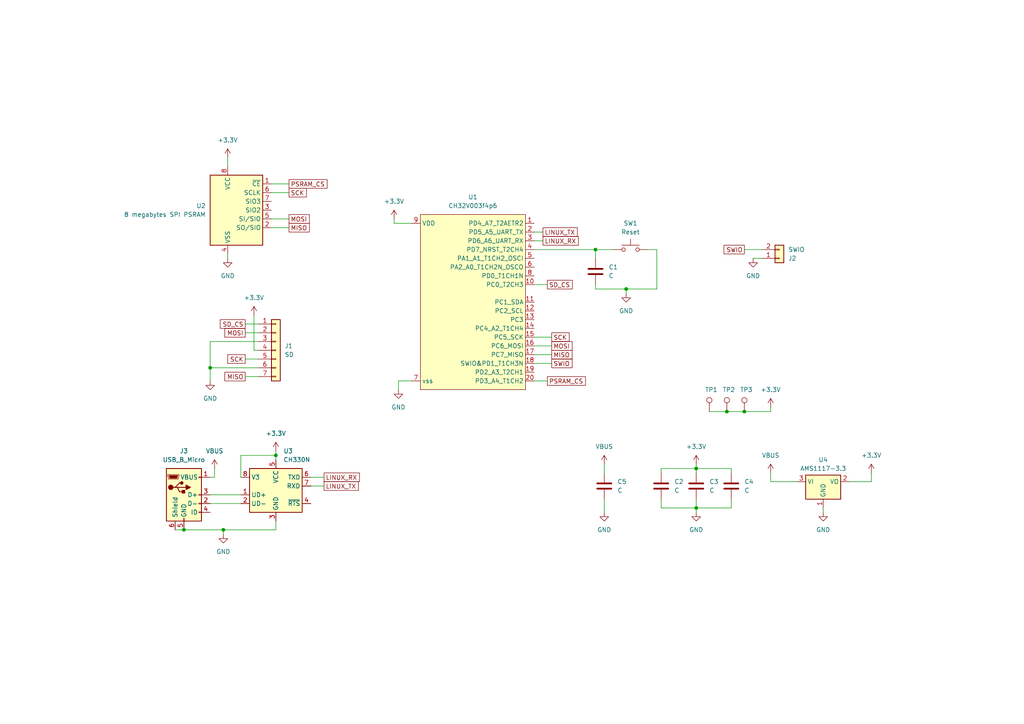
<source format=kicad_sch>
(kicad_sch (version 20230121) (generator eeschema)
  (paper "A4")
  (lib_symbols
    (symbol "CH32V003:CH32V003f4p6"
      (property "Reference" "U1" (at 0 33.02 0))
      (property "Value" "CH32V003f4p6" (at 0 30.48 0))
      (symbol "CH32V003f4p6_1_1"
        (rectangle (start -15.24 27.94) (end 15.24 -22.86) (fill (type background)))
        (pin bidirectional line (at 17.78 25.4 180) (length 2.54) (name "PD4_A7_T2AETR2") (number "1"))
        (pin bidirectional line (at 17.78 7.62 180) (length 2.54) (name "PC0_T2CH3") (number "10"))
        (pin bidirectional line (at 17.78 2.54 180) (length 2.54) (name "PC1_SDA") (number "11"))
        (pin bidirectional line (at 17.78 0 180) (length 2.54) (name "PC2_SCL") (number "12"))
        (pin bidirectional line (at 17.78 -2.54 180) (length 2.54) (name "PC3") (number "13"))
        (pin bidirectional line (at 17.78 -5.08 180) (length 2.54) (name "PC4_A2_T1CH4") (number "14"))
        (pin bidirectional line (at 17.78 -7.62 180) (length 2.54) (name "PC5_SCK") (number "15"))
        (pin bidirectional line (at 17.78 -10.16 180) (length 2.54) (name "PC6_MOSI") (number "16"))
        (pin bidirectional line (at 17.78 -12.7 180) (length 2.54) (name "PC7_MISO") (number "17"))
        (pin bidirectional line (at 17.78 -15.24 180) (length 2.54) (name "SWIO&PD1_T1CH3N") (number "18"))
        (pin bidirectional line (at 17.78 -17.78 180) (length 2.54) (name "PD2_A3_T2CH1") (number "19"))
        (pin bidirectional line (at 17.78 22.86 180) (length 2.54) (name "PD5_A5_UART_TX") (number "2"))
        (pin bidirectional line (at 17.78 -20.32 180) (length 2.54) (name "PD3_A4_T1CH2") (number "20"))
        (pin bidirectional line (at 17.78 20.32 180) (length 2.54) (name "PD6_A6_UART_RX") (number "3"))
        (pin bidirectional line (at 17.78 17.78 180) (length 2.54) (name "PD7_NRST_T2CH4") (number "4"))
        (pin bidirectional line (at 17.78 15.24 180) (length 2.54) (name "PA1_A1_T1CH2_OSCI") (number "5"))
        (pin bidirectional line (at 17.78 12.7 180) (length 2.54) (name "PA2_A0_T1CH2N_OSCO") (number "6"))
        (pin power_in line (at -17.78 -20.32 0) (length 2.54) (name "vss") (number "7"))
        (pin bidirectional line (at 17.78 10.16 180) (length 2.54) (name "PD0_T1CH1N") (number "8"))
        (pin power_in line (at -17.78 25.4 0) (length 2.54) (name "VDD") (number "9"))
      )
    )
    (symbol "Connector:TestPoint" (pin_numbers hide) (pin_names (offset 0.762) hide)
      (property "Reference" "TP" (at 0 6.858 0))
      (property "Value" "TestPoint" (at 0 5.08 0))
      (symbol "TestPoint_0_1"
        (circle (center 0 3.302) (radius 0.762))
      )
      (symbol "TestPoint_1_1"
        (pin passive line (at 0 0 90) (length 2.54) (name "1") (number "1"))
      )
    )
    (symbol "Connector:USB_B_Micro" (pin_names (offset 1.016))
      (property "Reference" "J" (at -5.08 11.43 0))
      (property "Value" "USB_B_Micro" (at -5.08 8.89 0))
      (symbol "USB_B_Micro_0_1"
        (rectangle (start -5.08 -7.62) (end 5.08 7.62) (stroke (width 0.254)) (fill (type background)))
        (circle (center -3.81 2.159) (radius 0.635) (stroke (width 0.254)) (fill (type outline)))
        (circle (center -0.635 3.429) (radius 0.381) (stroke (width 0.254)) (fill (type outline)))
        (rectangle (start -0.127 -7.62) (end 0.127 -6.858))
        (polyline (pts (xy -1.905 2.159) (xy 0.635 2.159)) (stroke (width 0.254)))
        (polyline (pts (xy -3.175 2.159) (xy -2.54 2.159) (xy -1.27 3.429) (xy -0.635 3.429)) (stroke (width 0.254)))
        (polyline (pts (xy -2.54 2.159) (xy -1.905 2.159) (xy -1.27 0.889) (xy 0 0.889)) (stroke (width 0.254)))
        (polyline (pts (xy 0.635 2.794) (xy 0.635 1.524) (xy 1.905 2.159) (xy 0.635 2.794)) (stroke (width 0.254)) (fill (type outline)))
        (polyline (pts (xy -4.318 5.588) (xy -1.778 5.588) (xy -2.032 4.826) (xy -4.064 4.826) (xy -4.318 5.588)) (fill (type outline)))
        (polyline (pts (xy -4.699 5.842) (xy -4.699 5.588) (xy -4.445 4.826) (xy -4.445 4.572) (xy -1.651 4.572) (xy -1.651 4.826) (xy -1.397 5.588) (xy -1.397 5.842) (xy -4.699 5.842)))
        (rectangle (start 0.254 1.27) (end -0.508 0.508) (stroke (width 0.254)) (fill (type outline)))
        (rectangle (start 5.08 -5.207) (end 4.318 -4.953))
        (rectangle (start 5.08 -2.667) (end 4.318 -2.413))
        (rectangle (start 5.08 -0.127) (end 4.318 0.127))
        (rectangle (start 5.08 4.953) (end 4.318 5.207))
      )
      (symbol "USB_B_Micro_1_1"
        (pin power_out line (at 7.62 5.08 180) (length 2.54) (name "VBUS") (number "1"))
        (pin bidirectional line (at 7.62 -2.54 180) (length 2.54) (name "D-") (number "2"))
        (pin bidirectional line (at 7.62 0 180) (length 2.54) (name "D+") (number "3"))
        (pin passive line (at 7.62 -5.08 180) (length 2.54) (name "ID") (number "4"))
        (pin power_out line (at 0 -10.16 90) (length 2.54) (name "GND") (number "5"))
        (pin passive line (at -2.54 -10.16 90) (length 2.54) (name "Shield") (number "6"))
      )
    )
    (symbol "Connector_Generic:Conn_01x02" (pin_names (offset 1.016) hide)
      (property "Reference" "J" (at 0 2.54 0))
      (property "Value" "Conn_01x02" (at 0 -5.08 0))
      (symbol "Conn_01x02_1_1"
        (rectangle (start -1.27 -2.413) (end 0 -2.667) (stroke (width 0.1524)))
        (rectangle (start -1.27 0.127) (end 0 -0.127) (stroke (width 0.1524)))
        (rectangle (start -1.27 1.27) (end 1.27 -3.81) (stroke (width 0.254)) (fill (type background)))
        (pin passive line (at -5.08 0 0) (length 3.81) (name "Pin_1") (number "1"))
        (pin passive line (at -5.08 -2.54 0) (length 3.81) (name "Pin_2") (number "2"))
      )
    )
    (symbol "Connector_Generic:Conn_01x07" (pin_names (offset 1.016) hide)
      (property "Reference" "J" (at 0 10.16 0))
      (property "Value" "Conn_01x07" (at 0 -10.16 0))
      (symbol "Conn_01x07_1_1"
        (rectangle (start -1.27 -7.493) (end 0 -7.747) (stroke (width 0.1524)))
        (rectangle (start -1.27 -4.953) (end 0 -5.207) (stroke (width 0.1524)))
        (rectangle (start -1.27 -2.413) (end 0 -2.667) (stroke (width 0.1524)))
        (rectangle (start -1.27 0.127) (end 0 -0.127) (stroke (width 0.1524)))
        (rectangle (start -1.27 2.667) (end 0 2.413) (stroke (width 0.1524)))
        (rectangle (start -1.27 5.207) (end 0 4.953) (stroke (width 0.1524)))
        (rectangle (start -1.27 7.747) (end 0 7.493) (stroke (width 0.1524)))
        (rectangle (start -1.27 8.89) (end 1.27 -8.89) (stroke (width 0.254)) (fill (type background)))
        (pin passive line (at -5.08 7.62 0) (length 3.81) (name "Pin_1") (number "1"))
        (pin passive line (at -5.08 5.08 0) (length 3.81) (name "Pin_2") (number "2"))
        (pin passive line (at -5.08 2.54 0) (length 3.81) (name "Pin_3") (number "3"))
        (pin passive line (at -5.08 0 0) (length 3.81) (name "Pin_4") (number "4"))
        (pin passive line (at -5.08 -2.54 0) (length 3.81) (name "Pin_5") (number "5"))
        (pin passive line (at -5.08 -5.08 0) (length 3.81) (name "Pin_6") (number "6"))
        (pin passive line (at -5.08 -7.62 0) (length 3.81) (name "Pin_7") (number "7"))
      )
    )
    (symbol "Device:C" (pin_numbers hide) (pin_names (offset 0.254))
      (property "Reference" "C" (at 0.635 2.54 0))
      (property "Value" "C" (at 0.635 -2.54 0))
      (symbol "C_0_1"
        (polyline (pts (xy -2.032 -0.762) (xy 2.032 -0.762)) (stroke (width 0.508)))
        (polyline (pts (xy -2.032 0.762) (xy 2.032 0.762)) (stroke (width 0.508)))
      )
      (symbol "C_1_1"
        (pin passive line (at 0 3.81 270) (length 2.794) (name "~") (number "1"))
        (pin passive line (at 0 -3.81 90) (length 2.794) (name "~") (number "2"))
      )
    )
    (symbol "Interface_USB:CH330N"
      (property "Reference" "U" (at -7.62 6.35 0))
      (property "Value" "CH330N" (at 7.62 6.35 0))
      (symbol "CH330N_0_1"
        (rectangle (start -7.62 5.08) (end 7.62 -7.62) (stroke (width 0.254)) (fill (type background)))
      )
      (symbol "CH330N_1_1"
        (pin bidirectional line (at -10.16 -2.54 0) (length 2.54) (name "UD+") (number "1"))
        (pin bidirectional line (at -10.16 -5.08 0) (length 2.54) (name "UD-") (number "2"))
        (pin power_in line (at 0 -10.16 90) (length 2.54) (name "GND") (number "3"))
        (pin output line (at 10.16 -5.08 180) (length 2.54) (name "~{RTS}") (number "4"))
        (pin power_in line (at 0 7.62 270) (length 2.54) (name "VCC") (number "5"))
        (pin output line (at 10.16 2.54 180) (length 2.54) (name "TXD") (number "6"))
        (pin input line (at 10.16 0 180) (length 2.54) (name "RXD") (number "7"))
        (pin passive line (at -10.16 2.54 0) (length 2.54) (name "V3") (number "8"))
      )
    )
    (symbol "Memory_RAM:ESP-PSRAM32"
      (property "Reference" "U" (at 3.81 11.43 0))
      (property "Value" "ESP-PSRAM32" (at -1.27 -11.43 0))
      (symbol "ESP-PSRAM32_0_1"
        (rectangle (start -7.62 10.16) (end 7.62 -10.16) (stroke (width 0.254)) (fill (type background)))
      )
      (symbol "ESP-PSRAM32_1_1"
        (pin input line (at 10.16 7.62 180) (length 2.54) (name "~{CE}") (number "1"))
        (pin output line (at 10.16 -5.08 180) (length 2.54) (name "SO/SIO") (number "2"))
        (pin bidirectional line (at 10.16 0 180) (length 2.54) (name "SIO2") (number "3"))
        (pin power_in line (at -2.54 -12.7 90) (length 2.54) (name "VSS") (number "4"))
        (pin input line (at 10.16 -2.54 180) (length 2.54) (name "SI/SIO") (number "5"))
        (pin output line (at 10.16 5.08 180) (length 2.54) (name "SCLK") (number "6"))
        (pin bidirectional line (at 10.16 2.54 180) (length 2.54) (name "SIO3") (number "7"))
        (pin power_in line (at -2.54 12.7 270) (length 2.54) (name "VCC") (number "8"))
      )
    )
    (symbol "Regulator_Linear:AMS1117-3.3"
      (property "Reference" "U" (at -3.81 3.175 0))
      (property "Value" "AMS1117-3.3" (at 0 3.175 0))
      (symbol "AMS1117-3.3_0_1"
        (rectangle (start -5.08 -5.08) (end 5.08 1.905) (stroke (width 0.254)) (fill (type background)))
      )
      (symbol "AMS1117-3.3_1_1"
        (pin power_in line (at 0 -7.62 90) (length 2.54) (name "GND") (number "1"))
        (pin power_out line (at 7.62 0 180) (length 2.54) (name "VO") (number "2"))
        (pin power_in line (at -7.62 0 0) (length 2.54) (name "VI") (number "3"))
      )
    )
    (symbol "Switch:SW_Push" (pin_numbers hide) (pin_names (offset 1.016) hide)
      (property "Reference" "SW" (at 1.27 2.54 0))
      (property "Value" "SW_Push" (at 0 -1.524 0))
      (symbol "SW_Push_0_1"
        (circle (center -2.032 0) (radius 0.508))
        (polyline (pts (xy 0 1.27) (xy 0 3.048)))
        (polyline (pts (xy 2.54 1.27) (xy -2.54 1.27)))
        (circle (center 2.032 0) (radius 0.508))
        (pin passive line (at -5.08 0 0) (length 2.54) (name "1") (number "1"))
        (pin passive line (at 5.08 0 180) (length 2.54) (name "2") (number "2"))
      )
    )
    (symbol "power:+3.3V" (power) (pin_names (offset 0))
      (property "Value" "+3.3V" (at 0 3.556 0))
      (symbol "+3.3V_0_1"
        (polyline (pts (xy -0.762 1.27) (xy 0 2.54)))
        (polyline (pts (xy 0 0) (xy 0 2.54)))
        (polyline (pts (xy 0 2.54) (xy 0.762 1.27)))
      )
      (symbol "+3.3V_1_1"
        (pin power_in line (at 0 0 90) (length 0) hide (name "+3.3V") (number "1"))
      )
    )
    (symbol "power:GND" (power) (pin_names (offset 0))
      (property "Value" "GND" (at 0 -3.81 0))
      (symbol "GND_0_1"
        (polyline (pts (xy 0 0) (xy 0 -1.27) (xy 1.27 -1.27) (xy 0 -2.54) (xy -1.27 -1.27) (xy 0 -1.27)))
      )
      (symbol "GND_1_1"
        (pin power_in line (at 0 0 270) (length 0) hide (name "GND") (number "1"))
      )
    )
    (symbol "power:VBUS" (power) (pin_names (offset 0))
      (property "Value" "VBUS" (at 0 3.81 0))
      (symbol "VBUS_0_1"
        (polyline (pts (xy -0.762 1.27) (xy 0 2.54)))
        (polyline (pts (xy 0 0) (xy 0 2.54)))
        (polyline (pts (xy 0 2.54) (xy 0.762 1.27)))
      )
      (symbol "VBUS_1_1"
        (pin power_in line (at 0 0 90) (length 0) hide (name "VBUS") (number "1"))
      )
    )
  )
  (junction (at 210.82 119.38))
  (junction (at 172.72 72.39))
  (junction (at 64.77 153.67))
  (junction (at 201.93 147.32))
  (junction (at 215.9 119.38))
  (junction (at 201.93 135.89))
  (junction (at 181.61 83.82))
  (junction (at 53.34 153.67))
  (junction (at 80.01 132.08))
  (junction (at 60.96 106.68))
  (wire (pts (xy 187.96 72.39) (xy 190.5 72.39)))
  (wire (pts (xy 80.01 151.13) (xy 80.01 153.67)))
  (wire (pts (xy 160.02 102.87) (xy 154.94 102.87)))
  (wire (pts (xy 252.73 137.16) (xy 252.73 139.7)))
  (wire (pts (xy 190.5 72.39) (xy 190.5 83.82)))
  (wire (pts (xy 64.77 154.94) (xy 64.77 153.67)))
  (wire (pts (xy 246.38 139.7) (xy 252.73 139.7)))
  (wire (pts (xy 215.9 72.39) (xy 220.98 72.39)))
  (wire (pts (xy 80.01 130.81) (xy 80.01 132.08)))
  (wire (pts (xy 212.09 144.78) (xy 212.09 147.32)))
  (wire (pts (xy 191.77 144.78) (xy 191.77 147.32)))
  (wire (pts (xy 175.26 144.78) (xy 175.26 148.59)))
  (wire (pts (xy 114.3 64.77) (xy 119.38 64.77)))
  (wire (pts (xy 218.44 74.93) (xy 220.98 74.93)))
  (wire (pts (xy 191.77 135.89) (xy 201.93 135.89)))
  (wire (pts (xy 154.94 72.39) (xy 172.72 72.39)))
  (wire (pts (xy 191.77 135.89) (xy 191.77 137.16)))
  (wire (pts (xy 83.82 63.5) (xy 78.74 63.5)))
  (wire (pts (xy 114.3 63.5) (xy 114.3 64.77)))
  (wire (pts (xy 53.34 153.67) (xy 64.77 153.67)))
  (wire (pts (xy 158.75 82.55) (xy 154.94 82.55)))
  (wire (pts (xy 69.85 132.08) (xy 80.01 132.08)))
  (wire (pts (xy 160.02 100.33) (xy 154.94 100.33)))
  (wire (pts (xy 172.72 83.82) (xy 172.72 82.55)))
  (wire (pts (xy 190.5 83.82) (xy 181.61 83.82)))
  (wire (pts (xy 66.04 45.72) (xy 66.04 48.26)))
  (wire (pts (xy 50.8 153.67) (xy 53.34 153.67)))
  (wire (pts (xy 115.57 113.03) (xy 115.57 110.49)))
  (wire (pts (xy 201.93 144.78) (xy 201.93 147.32)))
  (wire (pts (xy 212.09 135.89) (xy 212.09 137.16)))
  (wire (pts (xy 215.9 119.38) (xy 223.52 119.38)))
  (wire (pts (xy 83.82 55.88) (xy 78.74 55.88)))
  (wire (pts (xy 93.98 140.97) (xy 90.17 140.97)))
  (wire (pts (xy 157.48 69.85) (xy 154.94 69.85)))
  (wire (pts (xy 181.61 85.09) (xy 181.61 83.82)))
  (wire (pts (xy 64.77 153.67) (xy 80.01 153.67)))
  (wire (pts (xy 71.12 104.14) (xy 74.93 104.14)))
  (wire (pts (xy 83.82 66.04) (xy 78.74 66.04)))
  (wire (pts (xy 158.75 110.49) (xy 154.94 110.49)))
  (wire (pts (xy 62.23 135.89) (xy 62.23 138.43)))
  (wire (pts (xy 223.52 137.16) (xy 223.52 139.7)))
  (wire (pts (xy 71.12 109.22) (xy 74.93 109.22)))
  (wire (pts (xy 223.52 118.11) (xy 223.52 119.38)))
  (wire (pts (xy 80.01 132.08) (xy 80.01 133.35)))
  (wire (pts (xy 210.82 119.38) (xy 215.9 119.38)))
  (wire (pts (xy 205.74 119.38) (xy 210.82 119.38)))
  (wire (pts (xy 60.96 110.49) (xy 60.96 106.68)))
  (wire (pts (xy 191.77 147.32) (xy 201.93 147.32)))
  (wire (pts (xy 60.96 138.43) (xy 62.23 138.43)))
  (wire (pts (xy 175.26 134.62) (xy 175.26 137.16)))
  (wire (pts (xy 172.72 72.39) (xy 177.8 72.39)))
  (wire (pts (xy 160.02 97.79) (xy 154.94 97.79)))
  (wire (pts (xy 73.66 91.44) (xy 73.66 101.6)))
  (wire (pts (xy 66.04 74.93) (xy 66.04 73.66)))
  (wire (pts (xy 83.82 53.34) (xy 78.74 53.34)))
  (wire (pts (xy 172.72 72.39) (xy 172.72 74.93)))
  (wire (pts (xy 60.96 99.06) (xy 74.93 99.06)))
  (wire (pts (xy 201.93 147.32) (xy 201.93 148.59)))
  (wire (pts (xy 201.93 135.89) (xy 201.93 137.16)))
  (wire (pts (xy 238.76 148.59) (xy 238.76 147.32)))
  (wire (pts (xy 157.48 67.31) (xy 154.94 67.31)))
  (wire (pts (xy 201.93 135.89) (xy 212.09 135.89)))
  (wire (pts (xy 181.61 83.82) (xy 172.72 83.82)))
  (wire (pts (xy 71.12 96.52) (xy 74.93 96.52)))
  (wire (pts (xy 212.09 147.32) (xy 201.93 147.32)))
  (wire (pts (xy 201.93 134.62) (xy 201.93 135.89)))
  (wire (pts (xy 160.02 105.41) (xy 154.94 105.41)))
  (wire (pts (xy 60.96 106.68) (xy 60.96 99.06)))
  (wire (pts (xy 60.96 143.51) (xy 69.85 143.51)))
  (wire (pts (xy 71.12 93.98) (xy 74.93 93.98)))
  (wire (pts (xy 93.98 138.43) (xy 90.17 138.43)))
  (wire (pts (xy 73.66 101.6) (xy 74.93 101.6)))
  (wire (pts (xy 69.85 138.43) (xy 69.85 132.08)))
  (wire (pts (xy 74.93 106.68) (xy 60.96 106.68)))
  (wire (pts (xy 223.52 139.7) (xy 231.14 139.7)))
  (wire (pts (xy 60.96 146.05) (xy 69.85 146.05)))
  (wire (pts (xy 115.57 110.49) (xy 119.38 110.49)))
  (global_label "SCK" (shape passive) (at 160.02 97.79 0) (property "Intersheetrefs" "${INTERSHEET_REFS}" (effects hide)))
  (global_label "SCK" (shape passive) (at 83.82 55.88 0) (property "Intersheetrefs" "${INTERSHEET_REFS}" (effects hide)))
  (global_label "SD_CS" (shape passive) (at 158.75 82.55 0) (property "Intersheetrefs" "${INTERSHEET_REFS}" (effects hide)))
  (global_label "SCK" (shape passive) (at 71.12 104.14 180) (property "Intersheetrefs" "${INTERSHEET_REFS}" (effects hide)))
  (global_label "LINUX_TX" (shape passive) (at 93.98 140.97 0) (property "Intersheetrefs" "${INTERSHEET_REFS}" (effects hide)))
  (global_label "PSRAM_CS" (shape passive) (at 158.75 110.49 0) (property "Intersheetrefs" "${INTERSHEET_REFS}" (effects hide)))
  (global_label "SWIO" (shape passive) (at 215.9 72.39 180) (property "Intersheetrefs" "${INTERSHEET_REFS}" (effects hide)))
  (global_label "MOSI" (shape passive) (at 160.02 100.33 0) (property "Intersheetrefs" "${INTERSHEET_REFS}" (effects hide)))
  (global_label "MOSI" (shape passive) (at 83.82 63.5 0) (property "Intersheetrefs" "${INTERSHEET_REFS}" (effects hide)))
  (global_label "MISO" (shape passive) (at 160.02 102.87 0) (property "Intersheetrefs" "${INTERSHEET_REFS}" (effects hide)))
  (global_label "LINUX_TX" (shape passive) (at 157.48 67.31 0) (property "Intersheetrefs" "${INTERSHEET_REFS}" (effects hide)))
  (global_label "MISO" (shape passive) (at 83.82 66.04 0) (property "Intersheetrefs" "${INTERSHEET_REFS}" (effects hide)))
  (global_label "LINUX_RX" (shape passive) (at 157.48 69.85 0) (property "Intersheetrefs" "${INTERSHEET_REFS}" (effects hide)))
  (global_label "MISO" (shape passive) (at 71.12 109.22 180) (property "Intersheetrefs" "${INTERSHEET_REFS}" (effects hide)))
  (global_label "SWIO" (shape passive) (at 160.02 105.41 0) (property "Intersheetrefs" "${INTERSHEET_REFS}" (effects hide)))
  (global_label "PSRAM_CS" (shape passive) (at 83.82 53.34 0) (property "Intersheetrefs" "${INTERSHEET_REFS}" (effects hide)))
  (global_label "MOSI" (shape passive) (at 71.12 96.52 180) (property "Intersheetrefs" "${INTERSHEET_REFS}" (effects hide)))
  (global_label "SD_CS" (shape passive) (at 71.12 93.98 180) (property "Intersheetrefs" "${INTERSHEET_REFS}" (effects hide)))
  (global_label "LINUX_RX" (shape passive) (at 93.98 138.43 0) (property "Intersheetrefs" "${INTERSHEET_REFS}" (effects hide)))
  (symbol (lib_id "power:GND") (at 238.76 148.59 0) (unit 1)
    (property "Reference" "#PWR020" (effects hide))
    (property "Value" "GND" (at 238.76 153.67 0))
  )
  (symbol (lib_id "Interface_USB:CH330N") (at 80.01 140.97 0) (unit 1)
    (property "Reference" "U3" (at 82.2041 130.81 0) (effects (justify left)))
    (property "Value" "CH330N" (at 82.2041 133.35 0) (effects (justify left)))
    (property "Footprint" "Package_SO:SOIC-8_3.9x4.9mm_P1.27mm" (effects hide))
    (property "Datasheet" "http://www.wch.cn/downloads/file/240.html" (effects hide))
  )
  (symbol (lib_id "power:GND") (at 64.77 154.94 0) (unit 1)
    (property "Reference" "#PWR018" (effects hide))
    (property "Value" "GND" (at 64.77 160.02 0))
  )
  (symbol (lib_id "Connector:TestPoint") (at 210.82 119.38 0) (unit 1)
    (property "Reference" "TP2" (at 209.55 113.03 0) (effects (justify left)))
    (property "Value" "TestPoint" (effects hide))
    (property "Footprint" "TestPoint:TestPoint_THTPad_D2.0mm_Drill1.0mm" (effects hide))
  )
  (symbol (lib_id "power:+3.3V") (at 201.93 134.62 0) (unit 1)
    (property "Reference" "#PWR08" (effects hide))
    (property "Value" "+3.3V" (at 201.93 129.54 0))
  )
  (symbol (lib_id "Device:C") (at 212.09 140.97 0) (unit 1)
    (property "Reference" "C4" (at 215.9 139.7 0) (effects (justify left)))
    (property "Value" "C" (at 215.9 142.24 0) (effects (justify left)))
    (property "Footprint" "Capacitor_SMD:C_0805_2012Metric_Pad1.18x1.45mm_HandSolder" (effects hide))
  )
  (symbol (lib_id "Device:C") (at 191.77 140.97 0) (unit 1)
    (property "Reference" "C2" (at 195.58 139.7 0) (effects (justify left)))
    (property "Value" "C" (at 195.58 142.24 0) (effects (justify left)))
    (property "Footprint" "Capacitor_SMD:C_0805_2012Metric_Pad1.18x1.45mm_HandSolder" (effects hide))
  )
  (symbol (lib_id "power:+3.3V") (at 66.04 45.72 0) (unit 1)
    (property "Reference" "#PWR06" (effects hide))
    (property "Value" "+3.3V" (at 66.04 40.64 0))
  )
  (symbol (lib_id "power:GND") (at 175.26 148.59 0) (unit 1)
    (property "Reference" "#PWR04" (effects hide))
    (property "Value" "GND" (at 175.26 153.67 0))
  )
  (symbol (lib_id "Connector:TestPoint") (at 215.9 119.38 0) (unit 1)
    (property "Reference" "TP3" (at 214.63 113.03 0) (effects (justify left)))
    (property "Value" "TestPoint" (effects hide))
    (property "Footprint" "TestPoint:TestPoint_THTPad_D2.0mm_Drill1.0mm" (effects hide))
  )
  (symbol (lib_id "power:VBUS") (at 223.52 137.16 0) (unit 1)
    (property "Reference" "#PWR021" (effects hide))
    (property "Value" "VBUS" (at 223.52 132.08 0))
  )
  (symbol (lib_id "power:GND") (at 66.04 74.93 0) (unit 1)
    (property "Reference" "#PWR07" (effects hide))
    (property "Value" "GND" (at 66.04 80.01 0))
  )
  (symbol (lib_id "power:+3.3V") (at 73.66 91.44 0) (unit 1)
    (property "Reference" "#PWR011" (effects hide))
    (property "Value" "+3.3V" (at 73.66 86.36 0))
  )
  (symbol (lib_id "power:+3.3V") (at 223.52 118.11 0) (unit 1)
    (property "Reference" "#PWR014" (effects hide))
    (property "Value" "+3.3V" (at 223.52 113.03 0))
  )
  (symbol (lib_id "Device:C") (at 175.26 140.97 0) (unit 1)
    (property "Reference" "C5" (at 179.07 139.7 0) (effects (justify left)))
    (property "Value" "C" (at 179.07 142.24 0) (effects (justify left)))
    (property "Footprint" "Capacitor_SMD:C_0805_2012Metric_Pad1.18x1.45mm_HandSolder" (effects hide))
  )
  (symbol (lib_id "Switch:SW_Push") (at 182.88 72.39 0) (unit 1)
    (property "Reference" "SW1" (at 182.88 64.77 0))
    (property "Value" "Reset" (at 182.88 67.31 0))
    (property "Footprint" "Button_Switch_SMD:SW_SPST_B3U-1000P" (effects hide))
  )
  (symbol (lib_id "power:GND") (at 60.96 110.49 0) (unit 1)
    (property "Reference" "#PWR010" (effects hide))
    (property "Value" "GND" (at 60.96 115.57 0))
  )
  (symbol (lib_id "Device:C") (at 201.93 140.97 0) (unit 1)
    (property "Reference" "C3" (at 205.74 139.7 0) (effects (justify left)))
    (property "Value" "C" (at 205.74 142.24 0) (effects (justify left)))
    (property "Footprint" "Capacitor_SMD:C_0805_2012Metric_Pad1.18x1.45mm_HandSolder" (effects hide))
  )
  (symbol (lib_id "Device:C") (at 172.72 78.74 0) (unit 1)
    (property "Reference" "C1" (at 176.53 77.47 0) (effects (justify left)))
    (property "Value" "C" (at 176.53 80.01 0) (effects (justify left)))
    (property "Footprint" "Capacitor_SMD:C_0805_2012Metric_Pad1.18x1.45mm_HandSolder" (effects hide))
  )
  (symbol (lib_id "CH32V003:CH32V003f4p6") (at 137.16 90.17 0) (unit 1)
    (property "Reference" "U1" (at 137.16 57.15 0))
    (property "Value" "CH32V003f4p6" (at 137.16 59.69 0))
    (property "Footprint" "Package_SO:TSSOP-20_4.4x6.5mm_P0.65mm" (effects hide))
    (property "Datasheet" "https://github.com/cnlohr/ch32v003fun" (effects hide))
  )
  (symbol (lib_id "power:+3.3V") (at 114.3 63.5 0) (unit 1)
    (property "Reference" "#PWR01" (effects hide))
    (property "Value" "+3.3V" (at 114.3 58.42 0))
  )
  (symbol (lib_id "power:GND") (at 201.93 148.59 0) (unit 1)
    (property "Reference" "#PWR09" (effects hide))
    (property "Value" "GND" (at 201.93 153.67 0))
  )
  (symbol (lib_id "power:GND") (at 181.61 85.09 0) (unit 1)
    (property "Reference" "#PWR03" (effects hide))
    (property "Value" "GND" (at 181.61 90.17 0))
  )
  (symbol (lib_id "power:GND") (at 115.57 113.03 0) (unit 1)
    (property "Reference" "#PWR02" (effects hide))
    (property "Value" "GND" (at 115.57 118.11 0))
  )
  (symbol (lib_id "power:+3.3V") (at 80.01 130.81 0) (unit 1)
    (property "Reference" "#PWR019" (effects hide))
    (property "Value" "+3.3V" (at 80.01 125.73 0))
  )
  (symbol (lib_id "power:VBUS") (at 62.23 135.89 0) (unit 1)
    (property "Reference" "#PWR017" (effects hide))
    (property "Value" "VBUS" (at 62.23 130.81 0))
  )
  (symbol (lib_id "Memory_RAM:ESP-PSRAM32") (at 68.58 60.96 0) (unit 1)
    (property "Reference" "U2" (at 59.69 59.69 0) (effects (justify right)))
    (property "Value" "8 megabytes SPI PSRAM" (at 59.69 62.23 0) (effects (justify right)))
    (property "Footprint" "Package_SO:SOIC-8_3.9x4.9mm_P1.27mm" (effects hide))
    (property "Datasheet" "https://www.espressif.com/sites/default/files/documentation/esp-psram32_datasheet_en.pdf" (effects hide))
  )
  (symbol (lib_id "Regulator_Linear:AMS1117-3.3") (at 238.76 139.7 0) (unit 1)
    (property "Reference" "U4" (at 238.76 133.35 0))
    (property "Value" "AMS1117-3.3" (at 238.76 135.89 0))
    (property "Footprint" "Package_TO_SOT_SMD:SOT-223-3_TabPin2" (effects hide))
    (property "Datasheet" "http://www.advanced-monolithic.com/pdf/ds1117.pdf" (effects hide))
  )
  (symbol (lib_id "power:+3.3V") (at 252.73 137.16 0) (unit 1)
    (property "Reference" "#PWR022" (effects hide))
    (property "Value" "+3.3V" (at 252.73 132.08 0))
  )
  (symbol (lib_id "Connector:TestPoint") (at 205.74 119.38 0) (unit 1)
    (property "Reference" "TP1" (at 204.47 113.03 0) (effects (justify left)))
    (property "Value" "TestPoint" (effects hide))
    (property "Footprint" "TestPoint:TestPoint_THTPad_D2.0mm_Drill1.0mm" (effects hide))
  )
  (symbol (lib_id "power:VBUS") (at 175.26 134.62 0) (unit 1)
    (property "Reference" "#PWR05" (effects hide))
    (property "Value" "VBUS" (at 175.26 129.54 0))
  )
  (symbol (lib_id "power:GND") (at 218.44 74.93 0) (unit 1)
    (property "Reference" "#PWR016" (effects hide))
    (property "Value" "GND" (at 218.44 80.01 0))
  )
  (symbol (lib_id "Connector_Generic:Conn_01x07") (at 80.01 101.6 0) (unit 1)
    (property "Reference" "J1" (at 82.55 100.33 0) (effects (justify left)))
    (property "Value" "SD" (at 82.55 102.87 0) (effects (justify left)))
    (property "Footprint" "Connector_PinHeader_2.54mm:PinHeader_1x07_P2.54mm_Vertical" (effects hide))
  )
  (symbol (lib_id "Connector_Generic:Conn_01x02") (at 226.06 74.93 0) (mirror x) (unit 1)
    (property "Reference" "J2" (at 228.6 74.93 0) (effects (justify left)))
    (property "Value" "SWIO" (at 228.6 72.39 0) (effects (justify left)))
    (property "Footprint" "Connector_PinHeader_2.54mm:PinHeader_1x02_P2.54mm_Vertical" (effects hide))
  )
  (symbol (lib_id "Connector:USB_B_Micro") (at 53.34 143.51 0) (unit 1)
    (property "Reference" "J3" (at 53.34 130.81 0))
    (property "Value" "USB_B_Micro" (at 53.34 133.35 0))
    (property "Footprint" "Connector_USB:USB_Micro-B_Amphenol_10104110_Horizontal" (effects hide))
  )
)
</source>
